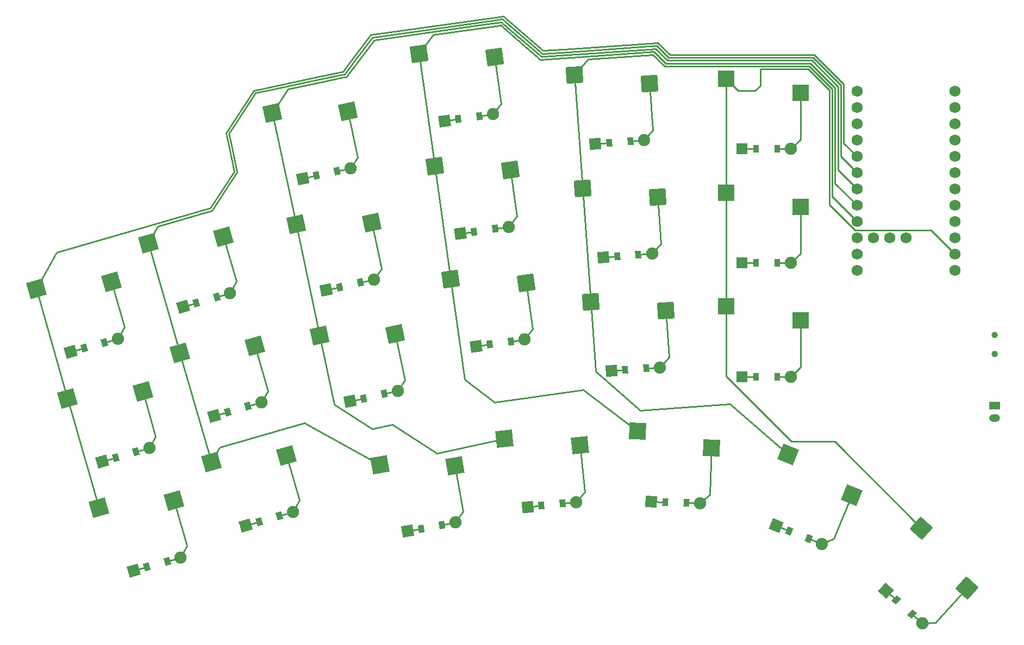
<source format=gbr>
%TF.GenerationSoftware,KiCad,Pcbnew,8.0.4*%
%TF.CreationDate,2024-08-02T12:22:31+01:00*%
%TF.ProjectId,left,6c656674-2e6b-4696-9361-645f70636258,v1.0.0*%
%TF.SameCoordinates,Original*%
%TF.FileFunction,Copper,L2,Bot*%
%TF.FilePolarity,Positive*%
%FSLAX46Y46*%
G04 Gerber Fmt 4.6, Leading zero omitted, Abs format (unit mm)*
G04 Created by KiCad (PCBNEW 8.0.4) date 2024-08-02 12:22:31*
%MOMM*%
%LPD*%
G01*
G04 APERTURE LIST*
G04 Aperture macros list*
%AMRotRect*
0 Rectangle, with rotation*
0 The origin of the aperture is its center*
0 $1 length*
0 $2 width*
0 $3 Rotation angle, in degrees counterclockwise*
0 Add horizontal line*
21,1,$1,$2,0,0,$3*%
G04 Aperture macros list end*
%TA.AperFunction,SMDPad,CuDef*%
%ADD10RotRect,2.600000X2.600000X16.000000*%
%TD*%
%TA.AperFunction,SMDPad,CuDef*%
%ADD11RotRect,2.600000X2.600000X12.000000*%
%TD*%
%TA.AperFunction,SMDPad,CuDef*%
%ADD12RotRect,2.600000X2.600000X8.000000*%
%TD*%
%TA.AperFunction,SMDPad,CuDef*%
%ADD13RotRect,2.600000X2.600000X4.000000*%
%TD*%
%TA.AperFunction,SMDPad,CuDef*%
%ADD14R,2.600000X2.600000*%
%TD*%
%TA.AperFunction,SMDPad,CuDef*%
%ADD15RotRect,2.600000X2.600000X10.000000*%
%TD*%
%TA.AperFunction,SMDPad,CuDef*%
%ADD16RotRect,2.600000X2.600000X6.000000*%
%TD*%
%TA.AperFunction,SMDPad,CuDef*%
%ADD17RotRect,2.600000X2.600000X358.000000*%
%TD*%
%TA.AperFunction,SMDPad,CuDef*%
%ADD18RotRect,2.600000X2.600000X338.000000*%
%TD*%
%TA.AperFunction,SMDPad,CuDef*%
%ADD19RotRect,2.600000X2.600000X318.000000*%
%TD*%
%TA.AperFunction,SMDPad,CuDef*%
%ADD20RotRect,0.900000X1.200000X16.000000*%
%TD*%
%TA.AperFunction,ComponentPad*%
%ADD21RotRect,1.778000X1.778000X16.000000*%
%TD*%
%TA.AperFunction,ComponentPad*%
%ADD22C,1.905000*%
%TD*%
%TA.AperFunction,SMDPad,CuDef*%
%ADD23RotRect,0.900000X1.200000X12.000000*%
%TD*%
%TA.AperFunction,ComponentPad*%
%ADD24RotRect,1.778000X1.778000X12.000000*%
%TD*%
%TA.AperFunction,SMDPad,CuDef*%
%ADD25RotRect,0.900000X1.200000X8.000000*%
%TD*%
%TA.AperFunction,ComponentPad*%
%ADD26RotRect,1.778000X1.778000X8.000000*%
%TD*%
%TA.AperFunction,SMDPad,CuDef*%
%ADD27RotRect,0.900000X1.200000X4.000000*%
%TD*%
%TA.AperFunction,ComponentPad*%
%ADD28RotRect,1.778000X1.778000X4.000000*%
%TD*%
%TA.AperFunction,SMDPad,CuDef*%
%ADD29R,0.900000X1.200000*%
%TD*%
%TA.AperFunction,ComponentPad*%
%ADD30R,1.778000X1.778000*%
%TD*%
%TA.AperFunction,SMDPad,CuDef*%
%ADD31RotRect,0.900000X1.200000X10.000000*%
%TD*%
%TA.AperFunction,ComponentPad*%
%ADD32RotRect,1.778000X1.778000X10.000000*%
%TD*%
%TA.AperFunction,SMDPad,CuDef*%
%ADD33RotRect,0.900000X1.200000X6.000000*%
%TD*%
%TA.AperFunction,ComponentPad*%
%ADD34RotRect,1.778000X1.778000X6.000000*%
%TD*%
%TA.AperFunction,SMDPad,CuDef*%
%ADD35RotRect,0.900000X1.200000X358.000000*%
%TD*%
%TA.AperFunction,ComponentPad*%
%ADD36RotRect,1.778000X1.778000X358.000000*%
%TD*%
%TA.AperFunction,SMDPad,CuDef*%
%ADD37RotRect,0.900000X1.200000X338.000000*%
%TD*%
%TA.AperFunction,ComponentPad*%
%ADD38RotRect,1.778000X1.778000X338.000000*%
%TD*%
%TA.AperFunction,SMDPad,CuDef*%
%ADD39RotRect,0.900000X1.200000X318.000000*%
%TD*%
%TA.AperFunction,ComponentPad*%
%ADD40RotRect,1.778000X1.778000X318.000000*%
%TD*%
%TA.AperFunction,ComponentPad*%
%ADD41C,1.752600*%
%TD*%
%TA.AperFunction,ComponentPad*%
%ADD42R,1.700000X1.200000*%
%TD*%
%TA.AperFunction,ComponentPad*%
%ADD43O,1.700000X1.200000*%
%TD*%
%TA.AperFunction,WasherPad*%
%ADD44C,1.000000*%
%TD*%
%TA.AperFunction,Conductor*%
%ADD45C,0.250000*%
%TD*%
G04 APERTURE END LIST*
D10*
%TO.P,S1,1*%
%TO.N,P031*%
X123591803Y-161235655D03*
%TO.P,S1,2*%
%TO.N,first_bottom*%
X135300776Y-160166819D03*
%TD*%
%TO.P,S2,1*%
%TO.N,P031*%
X118699250Y-144173265D03*
%TO.P,S2,2*%
%TO.N,first_home*%
X130408223Y-143104429D03*
%TD*%
%TO.P,S3,1*%
%TO.N,P031*%
X113806687Y-127110862D03*
%TO.P,S3,2*%
%TO.N,first_top*%
X125515660Y-126042026D03*
%TD*%
%TO.P,S4,1*%
%TO.N,P029*%
X141064184Y-154144926D03*
%TO.P,S4,2*%
%TO.N,second_bottom*%
X152773157Y-153076090D03*
%TD*%
%TO.P,S5,1*%
%TO.N,P029*%
X136171623Y-137082534D03*
%TO.P,S5,2*%
%TO.N,second_home*%
X147880596Y-136013698D03*
%TD*%
%TO.P,S6,1*%
%TO.N,P029*%
X131279064Y-120020136D03*
%TO.P,S6,2*%
%TO.N,second_top*%
X142988037Y-118951300D03*
%TD*%
D11*
%TO.P,S7,1*%
%TO.N,P002*%
X157992505Y-134427679D03*
%TO.P,S7,2*%
%TO.N,third_bottom*%
X169747514Y-134178225D03*
%TD*%
%TO.P,S8,1*%
%TO.N,P002*%
X154302073Y-117065552D03*
%TO.P,S8,2*%
%TO.N,third_home*%
X166057082Y-116816098D03*
%TD*%
%TO.P,S9,2*%
%TO.N,third_top*%
X162366649Y-99453983D03*
%TO.P,S9,1*%
%TO.N,P002*%
X150611640Y-99703437D03*
%TD*%
D12*
%TO.P,S10,1*%
%TO.N,P115*%
X178378597Y-125571198D03*
%TO.P,S10,2*%
%TO.N,fourth_bottom*%
X190122373Y-126142340D03*
%TD*%
%TO.P,S11,1*%
%TO.N,P115*%
X175908279Y-107993938D03*
%TO.P,S11,2*%
%TO.N,fourth_home*%
X187652055Y-108565080D03*
%TD*%
%TO.P,S12,1*%
%TO.N,P115*%
X173437950Y-90416688D03*
%TO.P,S12,2*%
%TO.N,fourth_top*%
X185181726Y-90987830D03*
%TD*%
D13*
%TO.P,S13,1*%
%TO.N,P113*%
X200169565Y-129124266D03*
%TO.P,S13,2*%
%TO.N,fifth_bottom*%
X211844895Y-130513223D03*
%TD*%
%TO.P,S14,1*%
%TO.N,P113*%
X198931387Y-111417506D03*
%TO.P,S14,2*%
%TO.N,fifth_home*%
X210606717Y-112806463D03*
%TD*%
%TO.P,S15,1*%
%TO.N,P113*%
X197693215Y-93710743D03*
%TO.P,S15,2*%
%TO.N,fifth_top*%
X209368545Y-95099700D03*
%TD*%
D14*
%TO.P,S16,1*%
%TO.N,P104*%
X221298648Y-129852126D03*
%TO.P,S16,2*%
%TO.N,sixth_bottom*%
X232848650Y-132052129D03*
%TD*%
%TO.P,S17,1*%
%TO.N,P104*%
X221298647Y-112102134D03*
%TO.P,S17,2*%
%TO.N,sixth_home*%
X232848649Y-114302137D03*
%TD*%
%TO.P,S18,1*%
%TO.N,P104*%
X221298644Y-94352133D03*
%TO.P,S18,2*%
%TO.N,sixth_top*%
X232848646Y-96552136D03*
%TD*%
D15*
%TO.P,S19,1*%
%TO.N,P029*%
X167315199Y-154511229D03*
%TO.P,S19,2*%
%TO.N,first_only*%
X179071753Y-154672171D03*
%TD*%
D16*
%TO.P,S20,1*%
%TO.N,P002*%
X186764766Y-150511285D03*
%TO.P,S20,2*%
%TO.N,second_only*%
X198481457Y-151491933D03*
%TD*%
D17*
%TO.P,S21,1*%
%TO.N,P115*%
X207524368Y-149276806D03*
%TO.P,S21,2*%
%TO.N,third_only*%
X218990555Y-151878559D03*
%TD*%
D18*
%TO.P,S22,1*%
%TO.N,P113*%
X230928184Y-152955498D03*
%TO.P,S22,2*%
%TO.N,fourth_only*%
X240813024Y-159322009D03*
%TD*%
D19*
%TO.P,S23,1*%
%TO.N,P104*%
X251662392Y-164416902D03*
%TO.P,S23,2*%
%TO.N,fifth_only*%
X258773626Y-173780280D03*
%TD*%
D20*
%TO.P,D1,2*%
%TO.N,first_bottom*%
X134228033Y-169577039D03*
%TO.P,D1,1*%
%TO.N,P009*%
X131055871Y-170486643D03*
D21*
X128979546Y-171082019D03*
D22*
%TO.P,D1,2*%
%TO.N,first_bottom*%
X136304358Y-168981663D03*
%TD*%
D20*
%TO.P,D2,2*%
%TO.N,first_home*%
X129335470Y-152514651D03*
%TO.P,D2,1*%
%TO.N,P010*%
X126163308Y-153424255D03*
D21*
X124086983Y-154019631D03*
D22*
%TO.P,D2,2*%
%TO.N,first_home*%
X131411795Y-151919275D03*
%TD*%
D20*
%TO.P,D3,2*%
%TO.N,first_top*%
X124442910Y-135452258D03*
%TO.P,D3,1*%
%TO.N,P111*%
X121270748Y-136361862D03*
D21*
X119194423Y-136957238D03*
D22*
%TO.P,D3,2*%
%TO.N,first_top*%
X126519235Y-134856882D03*
%TD*%
D20*
%TO.P,D4,2*%
%TO.N,second_bottom*%
X151700411Y-162486324D03*
%TO.P,D4,1*%
%TO.N,P009*%
X148528249Y-163395928D03*
D21*
X146451924Y-163991304D03*
D22*
%TO.P,D4,2*%
%TO.N,second_bottom*%
X153776736Y-161890948D03*
%TD*%
D20*
%TO.P,D5,2*%
%TO.N,second_home*%
X146807859Y-145423922D03*
%TO.P,D5,1*%
%TO.N,P010*%
X143635697Y-146333526D03*
D21*
X141559372Y-146928902D03*
D22*
%TO.P,D5,2*%
%TO.N,second_home*%
X148884184Y-144828546D03*
%TD*%
D20*
%TO.P,D6,2*%
%TO.N,second_top*%
X141915290Y-128361523D03*
%TO.P,D6,1*%
%TO.N,P111*%
X138743128Y-129271127D03*
D21*
X136666803Y-129866503D03*
D22*
%TO.P,D6,2*%
%TO.N,second_top*%
X143991615Y-127766147D03*
%TD*%
D23*
%TO.P,D7,2*%
%TO.N,third_bottom*%
X168020955Y-143490696D03*
%TO.P,D7,1*%
%TO.N,P009*%
X164793069Y-144176806D03*
D24*
X162680270Y-144625894D03*
D22*
%TO.P,D7,2*%
%TO.N,third_bottom*%
X170133754Y-143041608D03*
%TD*%
D23*
%TO.P,D8,2*%
%TO.N,third_home*%
X164330529Y-126128584D03*
%TO.P,D8,1*%
%TO.N,P010*%
X161102643Y-126814694D03*
D24*
X158989844Y-127263782D03*
D22*
%TO.P,D8,2*%
%TO.N,third_home*%
X166443328Y-125679496D03*
%TD*%
D23*
%TO.P,D9,2*%
%TO.N,third_top*%
X160640095Y-108766453D03*
%TO.P,D9,1*%
%TO.N,P111*%
X157412209Y-109452563D03*
D24*
X155299410Y-109901651D03*
D22*
%TO.P,D9,2*%
%TO.N,third_top*%
X162752894Y-108317365D03*
%TD*%
D25*
%TO.P,D10,2*%
%TO.N,fourth_bottom*%
X187750415Y-135311691D03*
%TO.P,D10,1*%
%TO.N,P009*%
X184482531Y-135770963D03*
D26*
X182343552Y-136071575D03*
D22*
%TO.P,D10,2*%
%TO.N,fourth_bottom*%
X189889394Y-135011079D03*
%TD*%
D25*
%TO.P,D11,2*%
%TO.N,fourth_home*%
X185280092Y-117734427D03*
%TO.P,D11,1*%
%TO.N,P010*%
X182012208Y-118193699D03*
D26*
X179873229Y-118494311D03*
D22*
%TO.P,D11,2*%
%TO.N,fourth_home*%
X187419071Y-117433815D03*
%TD*%
D25*
%TO.P,D12,2*%
%TO.N,fourth_top*%
X182809770Y-100157166D03*
%TO.P,D12,1*%
%TO.N,P111*%
X179541886Y-100616438D03*
D26*
X177402907Y-100917050D03*
D22*
%TO.P,D12,2*%
%TO.N,fourth_top*%
X184948749Y-99856554D03*
%TD*%
D27*
%TO.P,D13,2*%
%TO.N,fifth_bottom*%
X208839094Y-139494768D03*
%TO.P,D13,1*%
%TO.N,P009*%
X205547132Y-139724968D03*
D28*
X203392394Y-139875639D03*
D22*
%TO.P,D13,2*%
%TO.N,fifth_bottom*%
X210993832Y-139344097D03*
%TD*%
D27*
%TO.P,D14,2*%
%TO.N,fifth_home*%
X207600922Y-121788008D03*
%TO.P,D14,1*%
%TO.N,P010*%
X204308960Y-122018208D03*
D28*
X202154222Y-122168879D03*
D22*
%TO.P,D14,2*%
%TO.N,fifth_home*%
X209755660Y-121637337D03*
%TD*%
D27*
%TO.P,D15,2*%
%TO.N,fifth_top*%
X206362742Y-104081238D03*
%TO.P,D15,1*%
%TO.N,P111*%
X203070780Y-104311438D03*
D28*
X200916042Y-104462109D03*
D22*
%TO.P,D15,2*%
%TO.N,fifth_top*%
X208517480Y-103930567D03*
%TD*%
D29*
%TO.P,D16,2*%
%TO.N,sixth_bottom*%
X229223647Y-140802125D03*
%TO.P,D16,1*%
%TO.N,P009*%
X225923647Y-140802129D03*
D30*
X223763648Y-140802128D03*
D22*
%TO.P,D16,2*%
%TO.N,sixth_bottom*%
X231383646Y-140802126D03*
%TD*%
D29*
%TO.P,D17,2*%
%TO.N,sixth_home*%
X229223651Y-123052132D03*
%TO.P,D17,1*%
%TO.N,P010*%
X225923651Y-123052136D03*
D30*
X223763652Y-123052135D03*
D22*
%TO.P,D17,2*%
%TO.N,sixth_home*%
X231383650Y-123052133D03*
%TD*%
D29*
%TO.P,D18,2*%
%TO.N,sixth_top*%
X229223656Y-105302134D03*
%TO.P,D18,1*%
%TO.N,P111*%
X225923656Y-105302138D03*
D30*
X223763657Y-105302137D03*
D22*
%TO.P,D18,2*%
%TO.N,sixth_top*%
X231383655Y-105302135D03*
%TD*%
D31*
%TO.P,D19,2*%
%TO.N,first_only*%
X177021240Y-163918710D03*
%TO.P,D19,1*%
%TO.N,P106*%
X173771376Y-164491750D03*
D32*
X171644191Y-164866829D03*
D22*
%TO.P,D19,2*%
%TO.N,first_only*%
X179148425Y-163543631D03*
%TD*%
D33*
%TO.P,D20,2*%
%TO.N,second_only*%
X195790942Y-160572912D03*
%TO.P,D20,1*%
%TO.N,P106*%
X192509020Y-160917860D03*
D34*
X190360852Y-161143638D03*
D22*
%TO.P,D20,2*%
%TO.N,second_only*%
X197939110Y-160347134D03*
%TD*%
D35*
%TO.P,D21,2*%
%TO.N,third_only*%
X215062392Y-160496705D03*
%TO.P,D21,1*%
%TO.N,P106*%
X211764402Y-160381541D03*
D36*
X209605717Y-160306155D03*
D22*
%TO.P,D21,2*%
%TO.N,third_only*%
X217221077Y-160572091D03*
%TD*%
D37*
%TO.P,D22,2*%
%TO.N,fourth_only*%
X234174177Y-166076908D03*
%TO.P,D22,1*%
%TO.N,P106*%
X231114469Y-164840716D03*
D38*
X229111752Y-164031561D03*
D22*
%TO.P,D22,2*%
%TO.N,fourth_only*%
X236176894Y-166886063D03*
%TD*%
D39*
%TO.P,D23,2*%
%TO.N,fifth_only*%
X250224833Y-177857194D03*
%TO.P,D23,1*%
%TO.N,P106*%
X247772463Y-175649060D03*
D40*
X246167268Y-174203741D03*
D22*
%TO.P,D23,2*%
%TO.N,fifth_only*%
X251830028Y-179302513D03*
%TD*%
D41*
%TO.P,MCU1,1*%
%TO.N,P006*%
X256943657Y-96332138D03*
%TO.P,MCU1,2*%
%TO.N,P008*%
X256943656Y-98872131D03*
%TO.P,MCU1,3*%
%TO.N,GND*%
X256943656Y-101412133D03*
%TO.P,MCU1,4*%
X256943655Y-103952134D03*
%TO.P,MCU1,5*%
%TO.N,P017*%
X256943655Y-106492135D03*
%TO.P,MCU1,6*%
%TO.N,P020*%
X256943657Y-109032132D03*
%TO.P,MCU1,7*%
%TO.N,P022*%
X256943655Y-111572132D03*
%TO.P,MCU1,8*%
%TO.N,P024*%
X256943655Y-114112134D03*
%TO.P,MCU1,9*%
%TO.N,P100*%
X256943655Y-116652133D03*
%TO.P,MCU1,10*%
%TO.N,P011*%
X256943656Y-119192132D03*
%TO.P,MCU1,11*%
%TO.N,P104*%
X256943655Y-121732133D03*
%TO.P,MCU1,12*%
%TO.N,P106*%
X256943655Y-124272134D03*
%TO.P,MCU1,13*%
%TO.N,P009*%
X241703655Y-124272128D03*
%TO.P,MCU1,14*%
%TO.N,P010*%
X241703656Y-121732135D03*
%TO.P,MCU1,15*%
%TO.N,P111*%
X241703656Y-119192133D03*
%TO.P,MCU1,16*%
%TO.N,P113*%
X241703657Y-116652132D03*
%TO.P,MCU1,17*%
%TO.N,P115*%
X241703657Y-114112131D03*
%TO.P,MCU1,18*%
%TO.N,P002*%
X241703655Y-111572134D03*
%TO.P,MCU1,19*%
%TO.N,P029*%
X241703657Y-109032134D03*
%TO.P,MCU1,20*%
%TO.N,P031*%
X241703657Y-106492132D03*
%TO.P,MCU1,21*%
%TO.N,VCC*%
X241703657Y-103952133D03*
%TO.P,MCU1,22*%
%TO.N,RST*%
X241703656Y-101412134D03*
%TO.P,MCU1,23*%
%TO.N,GND*%
X241703657Y-98872133D03*
%TO.P,MCU1,24*%
%TO.N,RAW*%
X241703657Y-96332132D03*
%TO.P,MCU1,31*%
%TO.N,P101*%
X244243658Y-119192134D03*
%TO.P,MCU1,32*%
%TO.N,P102*%
X246783656Y-119192134D03*
%TO.P,MCU1,33*%
%TO.N,P107*%
X249323657Y-119192134D03*
%TD*%
D42*
%TO.P,JST1,1*%
%TO.N,pos*%
X263073648Y-145302129D03*
D43*
%TO.P,JST1,2*%
%TO.N,GND*%
X263073648Y-147302129D03*
%TD*%
D44*
%TO.P,T1,*%
%TO.N,*%
X263073645Y-137302138D03*
X263073647Y-134302138D03*
%TD*%
D45*
%TO.N,P104*%
X253202355Y-117990835D02*
X256943656Y-121732138D01*
X247418633Y-117990833D02*
X253202355Y-117990835D01*
X247407706Y-118001766D02*
X247418633Y-117990833D01*
X247396769Y-117990839D02*
X247407706Y-118001766D01*
X241343463Y-117990838D02*
X247396769Y-117990839D01*
X237357703Y-114005077D02*
X241343463Y-117990838D01*
X237357705Y-96133750D02*
X237357703Y-114005077D01*
X234075721Y-92851765D02*
X237357705Y-96133750D01*
X226607703Y-92851771D02*
X234075721Y-92851765D01*
X226607702Y-95401768D02*
X226607703Y-92851771D01*
X225782336Y-96227135D02*
X226607702Y-95401768D01*
X223173646Y-96227135D02*
X225782336Y-96227135D01*
X221298650Y-94352136D02*
X223173646Y-96227135D01*
%TO.N,P113*%
X234262125Y-92401765D02*
X237807706Y-95947351D01*
X237807706Y-95947351D02*
X237807708Y-112756182D01*
X211682058Y-92401771D02*
X234262125Y-92401765D01*
X209872130Y-90591843D02*
X211682058Y-92401771D01*
X197693211Y-93710740D02*
X199791676Y-91296736D01*
X199791676Y-91296736D02*
X209872130Y-90591843D01*
X237807708Y-112756182D02*
X241703657Y-116652132D01*
%TO.N,P115*%
X238257700Y-95760956D02*
X238257704Y-110666179D01*
X234448520Y-91951764D02*
X238257700Y-95760956D01*
X238257704Y-110666179D02*
X241703656Y-114112131D01*
X210062510Y-90128986D02*
X211885289Y-91951766D01*
X192306366Y-91369064D02*
X201860229Y-90700989D01*
X210040253Y-90128988D02*
X210062510Y-90128986D01*
X189491155Y-88921838D02*
X192306366Y-91369064D01*
X211885289Y-91951766D02*
X234448520Y-91951764D01*
X186133677Y-86003230D02*
X189491155Y-88921838D01*
X201860229Y-90700989D02*
X210040253Y-90128988D01*
X186094312Y-86005982D02*
X186133677Y-86003230D01*
%TO.N,P002*%
X238707704Y-108576192D02*
X241703652Y-111572135D01*
X212140153Y-91501768D02*
X234634913Y-91501770D01*
X238707702Y-95574561D02*
X238707704Y-108576192D01*
X209300665Y-89729606D02*
X210298233Y-89659845D01*
X192844189Y-90880356D02*
X209300665Y-89729606D01*
X186271378Y-85526675D02*
X192460913Y-90907154D01*
X162112232Y-94055832D02*
X166322986Y-88467971D01*
X161745341Y-94107399D02*
X162112232Y-94055832D01*
X166322986Y-88467971D02*
X166439079Y-88313921D01*
X157832755Y-94939044D02*
X161745341Y-94107399D01*
X210298233Y-89659845D02*
X212140153Y-91501768D01*
X166439079Y-88313921D02*
X184092787Y-85832854D01*
X153044758Y-95956760D02*
X157832755Y-94939044D01*
X184092787Y-85832854D02*
X186271378Y-85526675D01*
X192460913Y-90907154D02*
X192844189Y-90880356D01*
X150611633Y-99703442D02*
X153044758Y-95956760D01*
X234634913Y-91501770D02*
X238707702Y-95574561D01*
%TO.N,P029*%
X239157705Y-95388162D02*
X239157705Y-106486183D01*
X239157705Y-106486183D02*
X241703655Y-109032140D01*
X212337963Y-91051771D02*
X234821312Y-91051767D01*
X234821312Y-91051767D02*
X239157705Y-95388162D01*
X210483195Y-89196994D02*
X212337963Y-91051771D01*
X210466356Y-89196997D02*
X210483195Y-89196994D01*
X196699970Y-90159634D02*
X209269278Y-89280701D01*
X192626858Y-90444454D02*
X196699970Y-90159634D01*
X186423598Y-85052042D02*
X192626858Y-90444454D01*
X209269278Y-89280701D02*
X210466356Y-89196997D01*
X186406801Y-85053216D02*
X186423598Y-85052042D01*
X184822373Y-85275896D02*
X186406801Y-85053216D01*
X167393660Y-87725336D02*
X184822373Y-85275896D01*
X166191864Y-87894236D02*
X167393660Y-87725336D01*
X161697857Y-93657435D02*
X161866875Y-93633684D01*
X161651777Y-93667227D02*
X161697857Y-93657435D01*
X157934823Y-94457297D02*
X161651777Y-93667227D01*
X150109640Y-96120590D02*
X157934823Y-94457297D01*
X147944410Y-96580822D02*
X150109640Y-96120590D01*
X143834122Y-102910105D02*
X144810939Y-101405943D01*
X144810939Y-101405943D02*
X147944410Y-96580822D01*
X161866875Y-93633684D02*
X163495426Y-91472531D01*
X145112312Y-108923482D02*
X144128027Y-104292819D01*
X144128027Y-104292819D02*
X143834122Y-102910105D01*
X140849104Y-115022792D02*
X141220532Y-114916290D01*
X132764052Y-117341148D02*
X140849104Y-115022792D01*
X141220532Y-114916290D02*
X145112312Y-108923482D01*
X131279065Y-120020135D02*
X132764052Y-117341148D01*
X163495426Y-91472531D02*
X166191864Y-87894236D01*
%TO.N,P031*%
X116971454Y-121401475D02*
X113806691Y-127110864D01*
X143355207Y-102821344D02*
X144629886Y-108818249D01*
X157841265Y-94017133D02*
X147668527Y-96179412D01*
X161558220Y-93227062D02*
X157841265Y-94017133D01*
X161558226Y-93227069D02*
X161558220Y-93227062D01*
X162540274Y-91992325D02*
X161619671Y-93214004D01*
X165944650Y-87474557D02*
X162540274Y-91992325D01*
X185353911Y-84746772D02*
X173272634Y-86444682D01*
X147668527Y-96179412D02*
X143355207Y-102821344D01*
X186542228Y-84579763D02*
X185353911Y-84746772D01*
X186564434Y-84578206D02*
X186542228Y-84579763D01*
X173272634Y-86444682D02*
X165944650Y-87474557D01*
X192781407Y-89982544D02*
X186564434Y-84578206D01*
X161619671Y-93214004D02*
X161558226Y-93227069D01*
X210634478Y-88734138D02*
X195870529Y-89766533D01*
X210656732Y-88734139D02*
X210634478Y-88734138D01*
X212524366Y-90601765D02*
X210656732Y-88734139D01*
X195870529Y-89766533D02*
X192781407Y-89982544D01*
X144629886Y-108818249D02*
X140917314Y-114535104D01*
X235007702Y-90601768D02*
X212524366Y-90601765D01*
X140917314Y-114535104D02*
X116971454Y-121401475D01*
X239607700Y-104396186D02*
X239607706Y-95201767D01*
X239607706Y-95201767D02*
X235007702Y-90601768D01*
X241703657Y-106492133D02*
X239607700Y-104396186D01*
%TO.N,P115*%
X186094312Y-86005982D02*
X186130923Y-86000835D01*
X182372933Y-86528987D02*
X186094312Y-86005982D01*
X175656217Y-87472957D02*
X182372933Y-86528987D01*
X173437951Y-90416686D02*
X175656217Y-87472957D01*
%TO.N,P104*%
X221298651Y-140765122D02*
X231471690Y-150938167D01*
X231471690Y-150938167D02*
X238183660Y-150938170D01*
X221298642Y-129852128D02*
X221298651Y-140765122D01*
X238183660Y-150938170D02*
X251662394Y-164416897D01*
X221298644Y-129852133D02*
X221298642Y-129852128D01*
X221298653Y-112102135D02*
X221298644Y-129852133D01*
X221298653Y-112102133D02*
X221298653Y-112102135D01*
X221298653Y-94352137D02*
X221298653Y-112102133D01*
%TO.N,P113*%
X221887029Y-145096139D02*
X230928183Y-152955492D01*
X207905657Y-146073815D02*
X221887029Y-145096139D01*
X200930817Y-140010684D02*
X207905657Y-146073815D01*
X200169564Y-129124267D02*
X200930817Y-140010684D01*
X200169563Y-129124265D02*
X200169564Y-129124267D01*
X198931389Y-111417504D02*
X200169563Y-129124265D01*
X198931396Y-111417504D02*
X198931389Y-111417504D01*
X197693212Y-93710734D02*
X198931396Y-111417504D01*
%TO.N,P115*%
X185256535Y-144795094D02*
X199011558Y-142861948D01*
X199011558Y-142861948D02*
X207524365Y-149276802D01*
X180585672Y-141275342D02*
X185256535Y-144795094D01*
X178378599Y-125571201D02*
X180585672Y-141275342D01*
X178378593Y-125571194D02*
X178378599Y-125571201D01*
X175908272Y-107993941D02*
X178378593Y-125571194D01*
X175908275Y-107993933D02*
X175908272Y-107993941D01*
X173437954Y-90416683D02*
X175908275Y-107993933D01*
%TO.N,P002*%
X166170466Y-148939566D02*
X169328649Y-148268281D01*
X169328649Y-148268281D02*
X176230528Y-152750408D01*
X160261445Y-145102203D02*
X166170466Y-148939566D01*
X157992502Y-134427684D02*
X160261445Y-145102203D01*
X176230528Y-152750408D02*
X186764767Y-150511286D01*
X157992496Y-134427678D02*
X157992502Y-134427684D01*
X154302068Y-117065551D02*
X157992496Y-134427678D01*
X154302070Y-117065549D02*
X154302068Y-117065551D01*
X150611630Y-99703444D02*
X154302070Y-117065549D01*
%TO.N,P029*%
X155610569Y-148023253D02*
X167315188Y-154511230D01*
X142349732Y-151825748D02*
X155610569Y-148023253D01*
X141064187Y-154144926D02*
X142349732Y-151825748D01*
X136286009Y-137481437D02*
X136286004Y-137481444D01*
X136171614Y-137082536D02*
X136286009Y-137481437D01*
X136286004Y-137481444D02*
X141064187Y-154144926D01*
X136171628Y-137082528D02*
X136171614Y-137082536D01*
X131279067Y-120020135D02*
X136171628Y-137082528D01*
%TO.N,P031*%
X119185734Y-145869862D02*
X123591803Y-161235654D01*
X119185734Y-145869858D02*
X119185734Y-145869862D01*
X118699245Y-144173263D02*
X119185734Y-145869858D01*
X113806686Y-127110860D02*
X118699246Y-144173255D01*
X118699246Y-144173255D02*
X118699245Y-144173263D01*
%TO.N,fifth_only*%
X258773629Y-173780283D02*
X253899016Y-179194082D01*
X253899016Y-179194082D02*
X251830030Y-179302523D01*
X251830026Y-179302523D02*
X251830030Y-179302523D01*
X250224834Y-177857194D02*
X251830026Y-179302523D01*
%TO.N,P106*%
X247772455Y-175649066D02*
X247772456Y-175649062D01*
X246167271Y-174203738D02*
X247772455Y-175649066D01*
X229111751Y-164031565D02*
X229111757Y-164031563D01*
X231114470Y-164840720D02*
X229111751Y-164031565D01*
%TO.N,fourth_only*%
X234174178Y-166076914D02*
X234174180Y-166076910D01*
X236176902Y-166886058D02*
X234174178Y-166076914D01*
X238084015Y-166076532D02*
X236176902Y-166886058D01*
X240813020Y-159322001D02*
X238084015Y-166076532D01*
%TO.N,P111*%
X223763649Y-105302134D02*
X223763649Y-105302132D01*
X225923647Y-105302136D02*
X223763649Y-105302134D01*
%TO.N,sixth_top*%
X229223639Y-105302135D02*
X229223642Y-105302132D01*
X231383653Y-105302139D02*
X229223639Y-105302135D01*
X232848650Y-96552130D02*
X232848647Y-103837148D01*
X232848647Y-103837148D02*
X231383653Y-105302139D01*
%TO.N,sixth_home*%
X232848650Y-121587132D02*
X231383654Y-123052122D01*
X232848654Y-114302139D02*
X232848650Y-121587132D01*
X231383650Y-123052127D02*
X231383654Y-123052122D01*
X229223654Y-123052126D02*
X231383650Y-123052127D01*
%TO.N,P010*%
X225923649Y-123052136D02*
X225923650Y-123052133D01*
X223763658Y-123052132D02*
X225923649Y-123052136D01*
%TO.N,sixth_bottom*%
X232848648Y-139337126D02*
X231383656Y-140802137D01*
X232848654Y-132052140D02*
X232848648Y-139337126D01*
X231383656Y-140802134D02*
X231383656Y-140802137D01*
X229223647Y-140802129D02*
X231383656Y-140802134D01*
%TO.N,P009*%
X225923647Y-140802128D02*
X225923647Y-140802131D01*
X223763650Y-140802136D02*
X225923647Y-140802128D01*
%TO.N,P106*%
X209605715Y-160306168D02*
X209605720Y-160306168D01*
X211764396Y-160381558D02*
X209605715Y-160306168D01*
%TO.N,third_only*%
X217221077Y-160572096D02*
X215062392Y-160496713D01*
X215062392Y-160496713D02*
X215062394Y-160496710D01*
X218736318Y-159159119D02*
X217221077Y-160572096D01*
X218990562Y-151878558D02*
X218736318Y-159159119D01*
%TO.N,P010*%
X204308952Y-122018205D02*
X202154218Y-122168885D01*
X202154218Y-122168885D02*
X202154220Y-122168887D01*
%TO.N,fifth_home*%
X209755663Y-121637333D02*
X207600925Y-121788011D01*
X207600925Y-121788011D02*
X207600922Y-121788011D01*
X211114887Y-120073718D02*
X209755663Y-121637333D01*
X210606719Y-112806458D02*
X211114887Y-120073718D01*
%TO.N,P111*%
X200916045Y-104462122D02*
X200916041Y-104462115D01*
X203070785Y-104311443D02*
X200916045Y-104462122D01*
%TO.N,fifth_top*%
X206362741Y-104081247D02*
X206362743Y-104081246D01*
X208517482Y-103930573D02*
X206362741Y-104081247D01*
X209368550Y-95099700D02*
X209876729Y-102366952D01*
X209876729Y-102366952D02*
X208517482Y-103930573D01*
%TO.N,fifth_bottom*%
X212353078Y-137780464D02*
X210993829Y-139344098D01*
X211844894Y-130513230D02*
X212353078Y-137780464D01*
X208839089Y-139494772D02*
X208839086Y-139494773D01*
X210993829Y-139344098D02*
X208839089Y-139494772D01*
%TO.N,P009*%
X203392391Y-139875637D02*
X205547131Y-139724964D01*
X205547131Y-139724964D02*
X205547132Y-139724977D01*
%TO.N,P106*%
X190360843Y-161143644D02*
X190360844Y-161143639D01*
X192509021Y-160917848D02*
X190360843Y-161143644D01*
%TO.N,second_only*%
X195790940Y-160572915D02*
X195790945Y-160572910D01*
X197939106Y-160347138D02*
X195790940Y-160572915D01*
X199242948Y-158737029D02*
X197939106Y-160347138D01*
X198481461Y-151491922D02*
X199242948Y-158737029D01*
%TO.N,fourth_top*%
X186195609Y-98201929D02*
X184948754Y-99856560D01*
X185181732Y-90987833D02*
X186195609Y-98201929D01*
X182809767Y-100157176D02*
X184948751Y-99856556D01*
X184948751Y-99856556D02*
X184948754Y-99856560D01*
%TO.N,P111*%
X179541899Y-100616442D02*
X179541899Y-100616441D01*
X177402910Y-100917056D02*
X179541899Y-100616442D01*
%TO.N,P010*%
X179873236Y-118494313D02*
X179873236Y-118494315D01*
X182012204Y-118193699D02*
X179873236Y-118494313D01*
%TO.N,fourth_home*%
X185280099Y-117734428D02*
X185280097Y-117734433D01*
X187419078Y-117433812D02*
X185280099Y-117734428D01*
X187652056Y-108565080D02*
X188665925Y-115779184D01*
X188665925Y-115779184D02*
X187419078Y-117433812D01*
%TO.N,fourth_bottom*%
X191136247Y-133356440D02*
X189889395Y-135011080D01*
X190122378Y-126142334D02*
X191136247Y-133356440D01*
X189889389Y-135011078D02*
X189889395Y-135011080D01*
X187750420Y-135311687D02*
X189889389Y-135011078D01*
%TO.N,P009*%
X184482534Y-135770957D02*
X184482534Y-135770957D01*
X182343558Y-136071578D02*
X184482534Y-135770957D01*
%TO.N,P106*%
X173771379Y-164491749D02*
X171644191Y-164866821D01*
%TO.N,first_only*%
X179148423Y-163543632D02*
X177021235Y-163918706D01*
X180336780Y-161846492D02*
X179148423Y-163543632D01*
X179071751Y-154672172D02*
X180336780Y-161846492D01*
%TO.N,P111*%
X157412198Y-109452562D02*
X155299402Y-109901646D01*
%TO.N,third_top*%
X162752898Y-108317366D02*
X160640096Y-108766460D01*
X163881289Y-106579803D02*
X162752898Y-108317366D01*
X162366645Y-99453986D02*
X163881289Y-106579803D01*
%TO.N,P010*%
X161102635Y-126814693D02*
X158989833Y-127263778D01*
%TO.N,third_home*%
X166443320Y-125679490D02*
X164330519Y-126128577D01*
X167571716Y-123941901D02*
X166443320Y-125679490D01*
X166057078Y-116816099D02*
X167571716Y-123941901D01*
%TO.N,third_bottom*%
X171262147Y-141304032D02*
X170133754Y-143041608D01*
X169747521Y-134178230D02*
X171262147Y-141304032D01*
X168020959Y-143490703D02*
X170133754Y-143041608D01*
%TO.N,P009*%
X162680261Y-144625900D02*
X164793067Y-144176799D01*
X148528259Y-163395920D02*
X146451933Y-163991301D01*
%TO.N,second_bottom*%
X153776753Y-161890949D02*
X151700418Y-162486320D01*
X152773160Y-153076080D02*
X154781182Y-160078882D01*
X154781182Y-160078882D02*
X153776753Y-161890949D01*
%TO.N,P010*%
X143635701Y-146333530D02*
X141559364Y-146928903D01*
%TO.N,second_home*%
X148884179Y-144828554D02*
X146807857Y-145423926D01*
X149888614Y-143016497D02*
X148884179Y-144828554D01*
X147880597Y-136013689D02*
X149888614Y-143016497D01*
%TO.N,P111*%
X138743122Y-129271126D02*
X136666801Y-129866504D01*
%TO.N,second_top*%
X143991622Y-127766158D02*
X141915289Y-128361526D01*
X144996058Y-125954090D02*
X143991622Y-127766158D01*
X142988038Y-118951298D02*
X144996058Y-125954090D01*
%TO.N,P111*%
X121270736Y-136361856D02*
X119194417Y-136957233D01*
%TO.N,first_top*%
X126519243Y-134856874D02*
X124442914Y-135452253D01*
X127523684Y-133044826D02*
X126519243Y-134856874D01*
X125515659Y-126042029D02*
X127523684Y-133044826D01*
%TO.N,P010*%
X126163310Y-153424245D02*
X124086980Y-154019622D01*
%TO.N,first_home*%
X131411798Y-151919268D02*
X129335477Y-152514643D01*
X132416236Y-150107203D02*
X131411798Y-151919268D01*
X130408212Y-143104425D02*
X132416236Y-150107203D01*
%TO.N,P009*%
X131055873Y-170486638D02*
X128979560Y-171082017D01*
%TO.N,first_bottom*%
X136304353Y-168981658D02*
X134228033Y-169577052D01*
X137308800Y-167169604D02*
X136304353Y-168981658D01*
X135300777Y-160166819D02*
X137308800Y-167169604D01*
%TD*%
M02*

</source>
